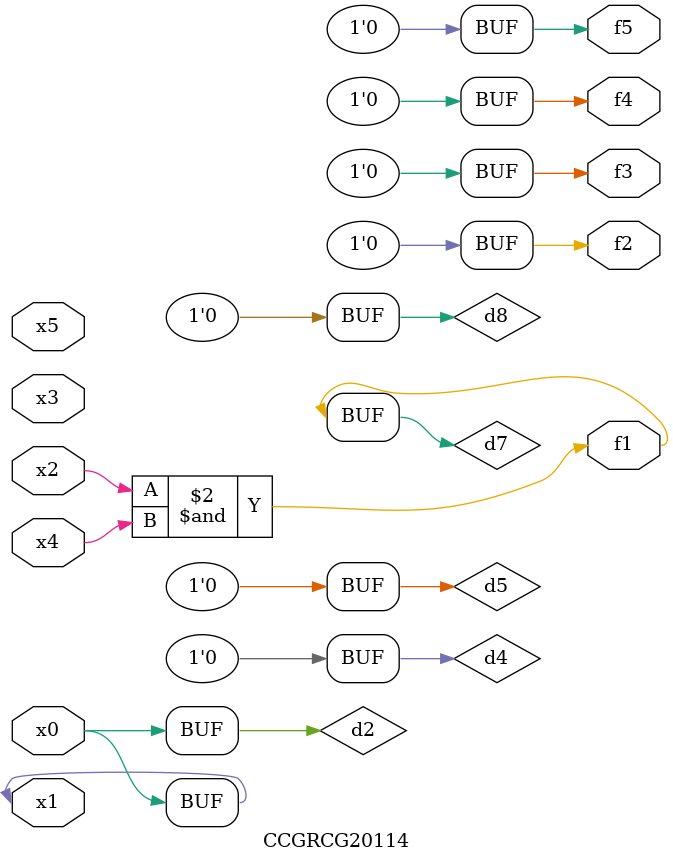
<source format=v>
module CCGRCG20114(
	input x0, x1, x2, x3, x4, x5,
	output f1, f2, f3, f4, f5
);

	wire d1, d2, d3, d4, d5, d6, d7, d8, d9;

	nand (d1, x1);
	buf (d2, x0, x1);
	nand (d3, x2, x4);
	and (d4, d1, d2);
	and (d5, d1, d2);
	nand (d6, d1, d3);
	not (d7, d3);
	xor (d8, d5);
	nor (d9, d5, d6);
	assign f1 = d7;
	assign f2 = d8;
	assign f3 = d8;
	assign f4 = d8;
	assign f5 = d8;
endmodule

</source>
